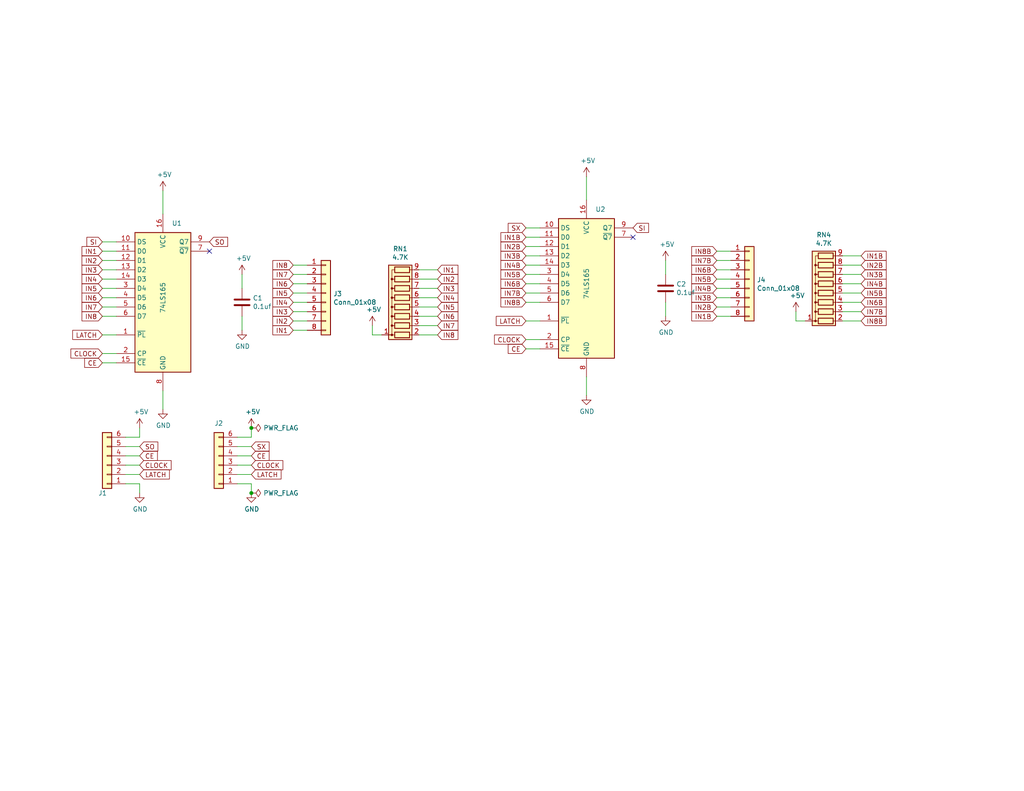
<source format=kicad_sch>
(kicad_sch (version 20211123) (generator eeschema)
  (paper "USLetter")
  (title_block (title "1 Byte Input") (date "2020-09-03"))
  (lib_symbols
    (symbol "74xx:74LS165"
      (property "Reference" "U" (at -7.62 19.05 0))
      (property "Value" "74LS165" (at -7.62 -21.59 0))
      (symbol "74LS165_1_0"
        (pin input line (at -12.7 -10.16 0) (length 5.08) (name "~{PL}") (number "1"))
        (pin input line (at -12.7 15.24 0) (length 5.08) (name "DS") (number "10"))
        (pin input line (at -12.7 12.7 0) (length 5.08) (name "D0") (number "11"))
        (pin input line (at -12.7 10.16 0) (length 5.08) (name "D1") (number "12"))
        (pin input line (at -12.7 7.62 0) (length 5.08) (name "D2") (number "13"))
        (pin input line (at -12.7 5.08 0) (length 5.08) (name "D3") (number "14"))
        (pin input line (at -12.7 -17.78 0) (length 5.08) (name "~{CE}") (number "15"))
        (pin power_in line (at 0 22.86 270) (length 5.08) (name "VCC") (number "16"))
        (pin input line (at -12.7 -15.24 0) (length 5.08) (name "CP") (number "2"))
        (pin input line (at -12.7 2.54 0) (length 5.08) (name "D4") (number "3"))
        (pin input line (at -12.7 0 0) (length 5.08) (name "D5") (number "4"))
        (pin input line (at -12.7 -2.54 0) (length 5.08) (name "D6") (number "5"))
        (pin input line (at -12.7 -5.08 0) (length 5.08) (name "D7") (number "6"))
        (pin output line (at 12.7 12.7 180) (length 5.08) (name "~{Q7}") (number "7"))
        (pin power_in line (at 0 -25.4 90) (length 5.08) (name "GND") (number "8"))
        (pin output line (at 12.7 15.24 180) (length 5.08) (name "Q7") (number "9"))
      )
      (symbol "74LS165_1_1"
        (rectangle (start -7.62 17.78) (end 7.62 -20.32) (stroke (width 0.254)) (fill (type background)))
      )
    )
    (symbol "Connector_Generic:Conn_01x06" (pin_names (offset 1.016) hide)
      (property "Reference" "J" (at 0 7.62 0))
      (property "Value" "Conn_01x06" (at 0 -10.16 0))
      (symbol "Conn_01x06_1_1"
        (rectangle (start -1.27 -7.493) (end 0 -7.747) (stroke (width 0.1524)))
        (rectangle (start -1.27 -4.953) (end 0 -5.207) (stroke (width 0.1524)))
        (rectangle (start -1.27 -2.413) (end 0 -2.667) (stroke (width 0.1524)))
        (rectangle (start -1.27 0.127) (end 0 -0.127) (stroke (width 0.1524)))
        (rectangle (start -1.27 2.667) (end 0 2.413) (stroke (width 0.1524)))
        (rectangle (start -1.27 5.207) (end 0 4.953) (stroke (width 0.1524)))
        (rectangle (start -1.27 6.35) (end 1.27 -8.89) (stroke (width 0.254)) (fill (type background)))
        (pin passive line (at -5.08 5.08 0) (length 3.81) (name "Pin_1") (number "1"))
        (pin passive line (at -5.08 2.54 0) (length 3.81) (name "Pin_2") (number "2"))
        (pin passive line (at -5.08 0 0) (length 3.81) (name "Pin_3") (number "3"))
        (pin passive line (at -5.08 -2.54 0) (length 3.81) (name "Pin_4") (number "4"))
        (pin passive line (at -5.08 -5.08 0) (length 3.81) (name "Pin_5") (number "5"))
        (pin passive line (at -5.08 -7.62 0) (length 3.81) (name "Pin_6") (number "6"))
      )
    )
    (symbol "Connector_Generic:Conn_01x08" (pin_names (offset 1.016) hide)
      (property "Reference" "J" (at 0 10.16 0))
      (property "Value" "Conn_01x08" (at 0 -12.7 0))
      (symbol "Conn_01x08_1_1"
        (rectangle (start -1.27 -10.033) (end 0 -10.287) (stroke (width 0.1524)))
        (rectangle (start -1.27 -7.493) (end 0 -7.747) (stroke (width 0.1524)))
        (rectangle (start -1.27 -4.953) (end 0 -5.207) (stroke (width 0.1524)))
        (rectangle (start -1.27 -2.413) (end 0 -2.667) (stroke (width 0.1524)))
        (rectangle (start -1.27 0.127) (end 0 -0.127) (stroke (width 0.1524)))
        (rectangle (start -1.27 2.667) (end 0 2.413) (stroke (width 0.1524)))
        (rectangle (start -1.27 5.207) (end 0 4.953) (stroke (width 0.1524)))
        (rectangle (start -1.27 7.747) (end 0 7.493) (stroke (width 0.1524)))
        (rectangle (start -1.27 8.89) (end 1.27 -11.43) (stroke (width 0.254)) (fill (type background)))
        (pin passive line (at -5.08 7.62 0) (length 3.81) (name "Pin_1") (number "1"))
        (pin passive line (at -5.08 5.08 0) (length 3.81) (name "Pin_2") (number "2"))
        (pin passive line (at -5.08 2.54 0) (length 3.81) (name "Pin_3") (number "3"))
        (pin passive line (at -5.08 0 0) (length 3.81) (name "Pin_4") (number "4"))
        (pin passive line (at -5.08 -2.54 0) (length 3.81) (name "Pin_5") (number "5"))
        (pin passive line (at -5.08 -5.08 0) (length 3.81) (name "Pin_6") (number "6"))
        (pin passive line (at -5.08 -7.62 0) (length 3.81) (name "Pin_7") (number "7"))
        (pin passive line (at -5.08 -10.16 0) (length 3.81) (name "Pin_8") (number "8"))
      )
    )
    (symbol "Device:C" (pin_numbers hide) (pin_names (offset 0.254))
      (property "Reference" "C" (at 0.635 2.54 0))
      (property "Value" "C" (at 0.635 -2.54 0))
      (symbol "C_0_1"
        (polyline (pts (xy -2.032 -0.762) (xy 2.032 -0.762)) (stroke (width 0.508)))
        (polyline (pts (xy -2.032 0.762) (xy 2.032 0.762)) (stroke (width 0.508)))
      )
      (symbol "C_1_1"
        (pin passive line (at 0 3.81 270) (length 2.794) (name "~") (number "1"))
        (pin passive line (at 0 -3.81 90) (length 2.794) (name "~") (number "2"))
      )
    )
    (symbol "Device:R_Network08" (pin_names (offset 0) hide)
      (property "Reference" "RN" (at -12.7 0 90))
      (property "Value" "R_Network08" (at 10.16 0 90))
      (symbol "R_Network08_0_1"
        (rectangle (start -11.43 -3.175) (end 8.89 3.175) (stroke (width 0.254)) (fill (type background)))
        (rectangle (start -10.922 1.524) (end -9.398 -2.54) (stroke (width 0.254)))
        (circle (center -10.16 2.286) (radius 0.254) (fill (type outline)))
        (rectangle (start -8.382 1.524) (end -6.858 -2.54) (stroke (width 0.254)))
        (circle (center -7.62 2.286) (radius 0.254) (fill (type outline)))
        (rectangle (start -5.842 1.524) (end -4.318 -2.54) (stroke (width 0.254)))
        (circle (center -5.08 2.286) (radius 0.254) (fill (type outline)))
        (rectangle (start -3.302 1.524) (end -1.778 -2.54) (stroke (width 0.254)))
        (circle (center -2.54 2.286) (radius 0.254) (fill (type outline)))
        (rectangle (start -0.762 1.524) (end 0.762 -2.54) (stroke (width 0.254)))
        (polyline (pts (xy -10.16 -2.54) (xy -10.16 -3.81)))
        (polyline (pts (xy -7.62 -2.54) (xy -7.62 -3.81)))
        (polyline (pts (xy -5.08 -2.54) (xy -5.08 -3.81)))
        (polyline (pts (xy -2.54 -2.54) (xy -2.54 -3.81)))
        (polyline (pts (xy 0 -2.54) (xy 0 -3.81)))
        (polyline (pts (xy 2.54 -2.54) (xy 2.54 -3.81)))
        (polyline (pts (xy 5.08 -2.54) (xy 5.08 -3.81)))
        (polyline (pts (xy 7.62 -2.54) (xy 7.62 -3.81)))
        (polyline (pts (xy -10.16 1.524) (xy -10.16 2.286) (xy -7.62 2.286) (xy -7.62 1.524)))
        (polyline (pts (xy -7.62 1.524) (xy -7.62 2.286) (xy -5.08 2.286) (xy -5.08 1.524)))
        (polyline (pts (xy -5.08 1.524) (xy -5.08 2.286) (xy -2.54 2.286) (xy -2.54 1.524)))
        (polyline (pts (xy -2.54 1.524) (xy -2.54 2.286) (xy 0 2.286) (xy 0 1.524)))
        (polyline (pts (xy 0 1.524) (xy 0 2.286) (xy 2.54 2.286) (xy 2.54 1.524)))
        (polyline (pts (xy 2.54 1.524) (xy 2.54 2.286) (xy 5.08 2.286) (xy 5.08 1.524)))
        (polyline (pts (xy 5.08 1.524) (xy 5.08 2.286) (xy 7.62 2.286) (xy 7.62 1.524)))
        (circle (center 0 2.286) (radius 0.254) (fill (type outline)))
        (rectangle (start 1.778 1.524) (end 3.302 -2.54) (stroke (width 0.254)))
        (circle (center 2.54 2.286) (radius 0.254) (fill (type outline)))
        (rectangle (start 4.318 1.524) (end 5.842 -2.54) (stroke (width 0.254)))
        (circle (center 5.08 2.286) (radius 0.254) (fill (type outline)))
        (rectangle (start 6.858 1.524) (end 8.382 -2.54) (stroke (width 0.254)))
      )
      (symbol "R_Network08_1_1"
        (pin passive line (at -10.16 5.08 270) (length 2.54) (name "common") (number "1"))
        (pin passive line (at -10.16 -5.08 90) (length 1.27) (name "R1") (number "2"))
        (pin passive line (at -7.62 -5.08 90) (length 1.27) (name "R2") (number "3"))
        (pin passive line (at -5.08 -5.08 90) (length 1.27) (name "R3") (number "4"))
        (pin passive line (at -2.54 -5.08 90) (length 1.27) (name "R4") (number "5"))
        (pin passive line (at 0 -5.08 90) (length 1.27) (name "R5") (number "6"))
        (pin passive line (at 2.54 -5.08 90) (length 1.27) (name "R6") (number "7"))
        (pin passive line (at 5.08 -5.08 90) (length 1.27) (name "R7") (number "8"))
        (pin passive line (at 7.62 -5.08 90) (length 1.27) (name "R8") (number "9"))
      )
    )
    (symbol "power:+5V" (power) (pin_names (offset 0))
      (property "Value" "+5V" (at 0 3.556 0))
      (symbol "+5V_0_1"
        (polyline (pts (xy -0.762 1.27) (xy 0 2.54)))
        (polyline (pts (xy 0 0) (xy 0 2.54)))
        (polyline (pts (xy 0 2.54) (xy 0.762 1.27)))
      )
      (symbol "+5V_1_1"
        (pin power_in line (at 0 0 90) (length 0) hide (name "+5V") (number "1"))
      )
    )
    (symbol "power:GND" (power) (pin_names (offset 0))
      (property "Value" "GND" (at 0 -3.81 0))
      (symbol "GND_0_1"
        (polyline (pts (xy 0 0) (xy 0 -1.27) (xy 1.27 -1.27) (xy 0 -2.54) (xy -1.27 -1.27) (xy 0 -1.27)))
      )
      (symbol "GND_1_1"
        (pin power_in line (at 0 0 270) (length 0) hide (name "GND") (number "1"))
      )
    )
    (symbol "power:PWR_FLAG" (power) (pin_numbers hide) (pin_names (offset 0) hide)
      (property "Value" "PWR_FLAG" (at 0 3.81 0))
      (symbol "PWR_FLAG_0_0"
        (pin power_out line (at 0 0 90) (length 0) (name "pwr") (number "1"))
      )
      (symbol "PWR_FLAG_0_1"
        (polyline (pts (xy 0 0) (xy 0 1.27) (xy -1.016 1.905) (xy 0 2.54) (xy 1.016 1.905) (xy 0 1.27)))
      )
    )
  )
  (junction (at 68.58 116.84))
  (junction (at 68.58 134.62))
  (no_connect (at 57.15 68.58))
  (no_connect (at 172.72 64.77))
  (wire (pts (xy 114.3 78.74) (xy 119.38 78.74)))
  (wire (pts (xy 199.39 81.28) (xy 195.58 81.28)))
  (wire (pts (xy 147.32 67.31) (xy 143.51 67.31)))
  (wire (pts (xy 181.61 82.55) (xy 181.61 86.36)))
  (wire (pts (xy 147.32 64.77) (xy 143.51 64.77)))
  (wire (pts (xy 147.32 87.63) (xy 143.51 87.63)))
  (wire (pts (xy 229.87 77.47) (xy 234.95 77.47)))
  (wire (pts (xy 34.29 119.38) (xy 38.1 119.38)))
  (wire (pts (xy 34.29 121.92) (xy 38.1 121.92)))
  (wire (pts (xy 31.75 91.44) (xy 27.94 91.44)))
  (wire (pts (xy 147.32 95.25) (xy 143.51 95.25)))
  (wire (pts (xy 83.82 74.93) (xy 80.01 74.93)))
  (wire (pts (xy 31.75 66.04) (xy 27.94 66.04)))
  (wire (pts (xy 83.82 90.17) (xy 80.01 90.17)))
  (wire (pts (xy 199.39 86.36) (xy 195.58 86.36)))
  (wire (pts (xy 64.77 129.54) (xy 68.58 129.54)))
  (wire (pts (xy 31.75 99.06) (xy 27.94 99.06)))
  (wire (pts (xy 229.87 85.09) (xy 234.95 85.09)))
  (wire (pts (xy 83.82 80.01) (xy 80.01 80.01)))
  (wire (pts (xy 34.29 129.54) (xy 38.1 129.54)))
  (wire (pts (xy 83.82 72.39) (xy 80.01 72.39)))
  (wire (pts (xy 34.29 132.08) (xy 38.1 132.08)))
  (wire (pts (xy 199.39 78.74) (xy 195.58 78.74)))
  (wire (pts (xy 38.1 116.84) (xy 38.1 119.38)))
  (wire (pts (xy 101.6 91.44) (xy 101.6 88.9)))
  (wire (pts (xy 181.61 74.93) (xy 181.61 71.12)))
  (wire (pts (xy 199.39 83.82) (xy 195.58 83.82)))
  (wire (pts (xy 64.77 124.46) (xy 68.58 124.46)))
  (wire (pts (xy 114.3 88.9) (xy 119.38 88.9)))
  (wire (pts (xy 83.82 82.55) (xy 80.01 82.55)))
  (wire (pts (xy 147.32 62.23) (xy 143.51 62.23)))
  (wire (pts (xy 34.29 124.46) (xy 38.1 124.46)))
  (wire (pts (xy 83.82 87.63) (xy 80.01 87.63)))
  (wire (pts (xy 147.32 92.71) (xy 143.51 92.71)))
  (wire (pts (xy 31.75 81.28) (xy 27.94 81.28)))
  (wire (pts (xy 44.45 58.42) (xy 44.45 52.07)))
  (wire (pts (xy 147.32 69.85) (xy 143.51 69.85)))
  (wire (pts (xy 229.87 69.85) (xy 234.95 69.85)))
  (wire (pts (xy 31.75 76.2) (xy 27.94 76.2)))
  (wire (pts (xy 199.39 68.58) (xy 195.58 68.58)))
  (wire (pts (xy 31.75 78.74) (xy 27.94 78.74)))
  (wire (pts (xy 114.3 91.44) (xy 119.38 91.44)))
  (wire (pts (xy 114.3 83.82) (xy 119.38 83.82)))
  (wire (pts (xy 199.39 71.12) (xy 195.58 71.12)))
  (wire (pts (xy 160.02 54.61) (xy 160.02 48.26)))
  (wire (pts (xy 66.04 86.36) (xy 66.04 90.17)))
  (wire (pts (xy 83.82 77.47) (xy 80.01 77.47)))
  (wire (pts (xy 219.71 87.63) (xy 217.17 87.63)))
  (wire (pts (xy 64.77 119.38) (xy 68.58 119.38)))
  (wire (pts (xy 104.14 91.44) (xy 101.6 91.44)))
  (wire (pts (xy 68.58 132.08) (xy 68.58 134.62)))
  (wire (pts (xy 160.02 102.87) (xy 160.02 107.95)))
  (wire (pts (xy 64.77 127) (xy 68.58 127)))
  (wire (pts (xy 31.75 71.12) (xy 27.94 71.12)))
  (wire (pts (xy 199.39 73.66) (xy 195.58 73.66)))
  (wire (pts (xy 114.3 73.66) (xy 119.38 73.66)))
  (wire (pts (xy 229.87 82.55) (xy 234.95 82.55)))
  (wire (pts (xy 66.04 78.74) (xy 66.04 74.93)))
  (wire (pts (xy 147.32 80.01) (xy 143.51 80.01)))
  (wire (pts (xy 199.39 76.2) (xy 195.58 76.2)))
  (wire (pts (xy 64.77 132.08) (xy 68.58 132.08)))
  (wire (pts (xy 114.3 86.36) (xy 119.38 86.36)))
  (wire (pts (xy 44.45 106.68) (xy 44.45 111.76)))
  (wire (pts (xy 114.3 76.2) (xy 119.38 76.2)))
  (wire (pts (xy 114.3 81.28) (xy 119.38 81.28)))
  (wire (pts (xy 147.32 77.47) (xy 143.51 77.47)))
  (wire (pts (xy 31.75 73.66) (xy 27.94 73.66)))
  (wire (pts (xy 38.1 132.08) (xy 38.1 134.62)))
  (wire (pts (xy 229.87 74.93) (xy 234.95 74.93)))
  (wire (pts (xy 31.75 96.52) (xy 27.94 96.52)))
  (wire (pts (xy 83.82 85.09) (xy 80.01 85.09)))
  (wire (pts (xy 31.75 83.82) (xy 27.94 83.82)))
  (wire (pts (xy 229.87 87.63) (xy 234.95 87.63)))
  (wire (pts (xy 229.87 72.39) (xy 234.95 72.39)))
  (wire (pts (xy 147.32 82.55) (xy 143.51 82.55)))
  (wire (pts (xy 34.29 127) (xy 38.1 127)))
  (wire (pts (xy 31.75 68.58) (xy 27.94 68.58)))
  (wire (pts (xy 31.75 86.36) (xy 27.94 86.36)))
  (wire (pts (xy 68.58 119.38) (xy 68.58 116.84)))
  (wire (pts (xy 217.17 87.63) (xy 217.17 85.09)))
  (wire (pts (xy 147.32 74.93) (xy 143.51 74.93)))
  (wire (pts (xy 147.32 72.39) (xy 143.51 72.39)))
  (wire (pts (xy 229.87 80.01) (xy 234.95 80.01)))
  (wire (pts (xy 64.77 121.92) (xy 68.58 121.92)))
  (global_label "IN5B" (shape input) (at 234.95 80.01 0) (property "Intersheet References" "${INTERSHEET_REFS}" (effects hide)))
  (global_label "IN6" (shape input) (at 80.01 77.47 180) (property "Intersheet References" "${INTERSHEET_REFS}" (effects hide)))
  (global_label "IN2" (shape input) (at 27.94 71.12 180) (property "Intersheet References" "${INTERSHEET_REFS}" (effects hide)))
  (global_label "IN3" (shape input) (at 119.38 78.74 0) (property "Intersheet References" "${INTERSHEET_REFS}" (effects hide)))
  (global_label "IN1" (shape input) (at 119.38 73.66 0) (property "Intersheet References" "${INTERSHEET_REFS}" (effects hide)))
  (global_label "CLOCK" (shape input) (at 38.1 127 0) (property "Intersheet References" "${INTERSHEET_REFS}" (effects hide)))
  (global_label "IN6B" (shape input) (at 143.51 77.47 180) (property "Intersheet References" "${INTERSHEET_REFS}" (effects hide)))
  (global_label "IN5" (shape input) (at 119.38 83.82 0) (property "Intersheet References" "${INTERSHEET_REFS}" (effects hide)))
  (global_label "CLOCK" (shape input) (at 27.94 96.52 180) (property "Intersheet References" "${INTERSHEET_REFS}" (effects hide)))
  (global_label "IN8B" (shape input) (at 143.51 82.55 180) (property "Intersheet References" "${INTERSHEET_REFS}" (effects hide)))
  (global_label "IN1B" (shape input) (at 195.58 86.36 180) (property "Intersheet References" "${INTERSHEET_REFS}" (effects hide)))
  (global_label "CE" (shape input) (at 27.94 99.06 180) (property "Intersheet References" "${INTERSHEET_REFS}" (effects hide)))
  (global_label "SO" (shape input) (at 38.1 121.92 0) (property "Intersheet References" "${INTERSHEET_REFS}" (effects hide)))
  (global_label "SX" (shape input) (at 68.58 121.92 0) (property "Intersheet References" "${INTERSHEET_REFS}" (effects hide)))
  (global_label "IN7" (shape input) (at 80.01 74.93 180) (property "Intersheet References" "${INTERSHEET_REFS}" (effects hide)))
  (global_label "IN4B" (shape input) (at 234.95 77.47 0) (property "Intersheet References" "${INTERSHEET_REFS}" (effects hide)))
  (global_label "IN3" (shape input) (at 80.01 85.09 180) (property "Intersheet References" "${INTERSHEET_REFS}" (effects hide)))
  (global_label "IN1B" (shape input) (at 143.51 64.77 180) (property "Intersheet References" "${INTERSHEET_REFS}" (effects hide)))
  (global_label "IN4" (shape input) (at 27.94 76.2 180) (property "Intersheet References" "${INTERSHEET_REFS}" (effects hide)))
  (global_label "SO" (shape input) (at 57.15 66.04 0) (property "Intersheet References" "${INTERSHEET_REFS}" (effects hide)))
  (global_label "LATCH" (shape input) (at 27.94 91.44 180) (property "Intersheet References" "${INTERSHEET_REFS}" (effects hide)))
  (global_label "IN6B" (shape input) (at 234.95 82.55 0) (property "Intersheet References" "${INTERSHEET_REFS}" (effects hide)))
  (global_label "IN8B" (shape input) (at 195.58 68.58 180) (property "Intersheet References" "${INTERSHEET_REFS}" (effects hide)))
  (global_label "CE" (shape input) (at 143.51 95.25 180) (property "Intersheet References" "${INTERSHEET_REFS}" (effects hide)))
  (global_label "IN4" (shape input) (at 80.01 82.55 180) (property "Intersheet References" "${INTERSHEET_REFS}" (effects hide)))
  (global_label "IN2B" (shape input) (at 143.51 67.31 180) (property "Intersheet References" "${INTERSHEET_REFS}" (effects hide)))
  (global_label "CE" (shape input) (at 38.1 124.46 0) (property "Intersheet References" "${INTERSHEET_REFS}" (effects hide)))
  (global_label "IN2B" (shape input) (at 234.95 72.39 0) (property "Intersheet References" "${INTERSHEET_REFS}" (effects hide)))
  (global_label "IN1" (shape input) (at 80.01 90.17 180) (property "Intersheet References" "${INTERSHEET_REFS}" (effects hide)))
  (global_label "IN2" (shape input) (at 119.38 76.2 0) (property "Intersheet References" "${INTERSHEET_REFS}" (effects hide)))
  (global_label "IN6" (shape input) (at 119.38 86.36 0) (property "Intersheet References" "${INTERSHEET_REFS}" (effects hide)))
  (global_label "IN5B" (shape input) (at 143.51 74.93 180) (property "Intersheet References" "${INTERSHEET_REFS}" (effects hide)))
  (global_label "IN8" (shape input) (at 80.01 72.39 180) (property "Intersheet References" "${INTERSHEET_REFS}" (effects hide)))
  (global_label "IN3" (shape input) (at 27.94 73.66 180) (property "Intersheet References" "${INTERSHEET_REFS}" (effects hide)))
  (global_label "IN8" (shape input) (at 119.38 91.44 0) (property "Intersheet References" "${INTERSHEET_REFS}" (effects hide)))
  (global_label "CE" (shape input) (at 68.58 124.46 0) (property "Intersheet References" "${INTERSHEET_REFS}" (effects hide)))
  (global_label "IN5B" (shape input) (at 195.58 76.2 180) (property "Intersheet References" "${INTERSHEET_REFS}" (effects hide)))
  (global_label "IN7B" (shape input) (at 143.51 80.01 180) (property "Intersheet References" "${INTERSHEET_REFS}" (effects hide)))
  (global_label "IN4B" (shape input) (at 195.58 78.74 180) (property "Intersheet References" "${INTERSHEET_REFS}" (effects hide)))
  (global_label "IN3B" (shape input) (at 195.58 81.28 180) (property "Intersheet References" "${INTERSHEET_REFS}" (effects hide)))
  (global_label "LATCH" (shape input) (at 68.58 129.54 0) (property "Intersheet References" "${INTERSHEET_REFS}" (effects hide)))
  (global_label "IN8B" (shape input) (at 234.95 87.63 0) (property "Intersheet References" "${INTERSHEET_REFS}" (effects hide)))
  (global_label "IN7" (shape input) (at 119.38 88.9 0) (property "Intersheet References" "${INTERSHEET_REFS}" (effects hide)))
  (global_label "SI" (shape input) (at 172.72 62.23 0) (property "Intersheet References" "${INTERSHEET_REFS}" (effects hide)))
  (global_label "IN3B" (shape input) (at 234.95 74.93 0) (property "Intersheet References" "${INTERSHEET_REFS}" (effects hide)))
  (global_label "IN2B" (shape input) (at 195.58 83.82 180) (property "Intersheet References" "${INTERSHEET_REFS}" (effects hide)))
  (global_label "IN7" (shape input) (at 27.94 83.82 180) (property "Intersheet References" "${INTERSHEET_REFS}" (effects hide)))
  (global_label "IN5" (shape input) (at 80.01 80.01 180) (property "Intersheet References" "${INTERSHEET_REFS}" (effects hide)))
  (global_label "IN8" (shape input) (at 27.94 86.36 180) (property "Intersheet References" "${INTERSHEET_REFS}" (effects hide)))
  (global_label "SX" (shape input) (at 143.51 62.23 180) (property "Intersheet References" "${INTERSHEET_REFS}" (effects hide)))
  (global_label "IN4" (shape input) (at 119.38 81.28 0) (property "Intersheet References" "${INTERSHEET_REFS}" (effects hide)))
  (global_label "IN5" (shape input) (at 27.94 78.74 180) (property "Intersheet References" "${INTERSHEET_REFS}" (effects hide)))
  (global_label "IN2" (shape input) (at 80.01 87.63 180) (property "Intersheet References" "${INTERSHEET_REFS}" (effects hide)))
  (global_label "LATCH" (shape input) (at 143.51 87.63 180) (property "Intersheet References" "${INTERSHEET_REFS}" (effects hide)))
  (global_label "IN3B" (shape input) (at 143.51 69.85 180) (property "Intersheet References" "${INTERSHEET_REFS}" (effects hide)))
  (global_label "IN6B" (shape input) (at 195.58 73.66 180) (property "Intersheet References" "${INTERSHEET_REFS}" (effects hide)))
  (global_label "IN1B" (shape input) (at 234.95 69.85 0) (property "Intersheet References" "${INTERSHEET_REFS}" (effects hide)))
  (global_label "IN7B" (shape input) (at 195.58 71.12 180) (property "Intersheet References" "${INTERSHEET_REFS}" (effects hide)))
  (global_label "IN6" (shape input) (at 27.94 81.28 180) (property "Intersheet References" "${INTERSHEET_REFS}" (effects hide)))
  (global_label "SI" (shape input) (at 27.94 66.04 180) (property "Intersheet References" "${INTERSHEET_REFS}" (effects hide)))
  (global_label "IN4B" (shape input) (at 143.51 72.39 180) (property "Intersheet References" "${INTERSHEET_REFS}" (effects hide)))
  (global_label "IN1" (shape input) (at 27.94 68.58 180) (property "Intersheet References" "${INTERSHEET_REFS}" (effects hide)))
  (global_label "LATCH" (shape input) (at 38.1 129.54 0) (property "Intersheet References" "${INTERSHEET_REFS}" (effects hide)))
  (global_label "IN7B" (shape input) (at 234.95 85.09 0) (property "Intersheet References" "${INTERSHEET_REFS}" (effects hide)))
  (global_label "CLOCK" (shape input) (at 68.58 127 0) (property "Intersheet References" "${INTERSHEET_REFS}" (effects hide)))
  (global_label "CLOCK" (shape input) (at 143.51 92.71 180) (property "Intersheet References" "${INTERSHEET_REFS}" (effects hide)))
  (symbol (lib_id "74xx:74LS165") (at 44.45 81.28 0) (unit 1)
    (property "Reference" "U1" (at 48.26 60.96 0))
    (property "Value" "74LS165" (at 44.45 81.28 90))
    (property "Footprint" "Package_DIP:DIP-16_W7.62mm" (effects hide))
    (property "Datasheet" "http://www.ti.com/lit/gpn/sn74LS165" (effects hide))
  )
  (symbol (lib_id "Connector_Generic:Conn_01x06") (at 29.21 127 180) (unit 1)
    (property "Reference" "J1" (at 29.21 134.62 0) (effects (justify left)))
    (property "Value" "Conn_01x06" (effects hide))
    (property "Footprint" "Connector_PinHeader_2.54mm:PinHeader_1x06_P2.54mm_Horizontal" (effects hide))
  )
  (symbol (lib_id "Connector_Generic:Conn_01x06") (at 59.69 127 180) (unit 1)
    (property "Reference" "J2" (at 59.69 115.57 0))
    (property "Value" "Conn_01x06" (effects hide))
    (property "Footprint" "Connector_PinSocket_2.54mm:PinSocket_1x06_P2.54mm_Horizontal" (effects hide))
  )
  (symbol (lib_id "Connector_Generic:Conn_01x08") (at 88.9 80.01 0) (unit 1)
    (property "Reference" "J3" (at 90.932 80.2132 0) (effects (justify left)))
    (property "Value" "Conn_01x08" (at 90.932 82.5246 0) (effects (justify left)))
    (property "Footprint" "TerminalBlock_Phoenix:TerminalBlock_Phoenix_MKDS-1,5-8-5.08_1x08_P5.08mm_Horizontal" (effects hide))
  )
  (symbol (lib_id "Device:C") (at 66.04 82.55 0) (unit 1)
    (property "Reference" "C1" (at 68.961 81.3816 0) (effects (justify left)))
    (property "Value" "0.1uf" (at 68.961 83.693 0) (effects (justify left)))
    (property "Footprint" "Capacitor_THT:C_Disc_D5.0mm_W2.5mm_P2.50mm" (effects hide))
  )
  (symbol (lib_id "power:+5V") (at 38.1 116.84 0) (unit 1)
    (property "Reference" "#PWR0101" (effects hide))
    (property "Value" "+5V" (at 38.481 112.4458 0))
  )
  (symbol (lib_id "power:GND") (at 68.58 134.62 0) (unit 1)
    (property "Reference" "#PWR0102" (effects hide))
    (property "Value" "GND" (at 68.707 139.0142 0))
  )
  (symbol (lib_id "power:PWR_FLAG") (at 68.58 134.62 270) (unit 1)
    (property "Reference" "#FLG0101" (effects hide))
    (property "Value" "PWR_FLAG" (at 71.8312 134.62 90) (effects (justify left)))
  )
  (symbol (lib_id "Device:R_Network08") (at 109.22 81.28 90) (unit 1)
    (property "Reference" "RN1" (at 109.22 67.945 90))
    (property "Value" "4.7K" (at 109.22 70.2564 90))
    (property "Footprint" "Resistor_THT:R_Array_SIP9" (effects hide))
    (property "Datasheet" "http://www.vishay.com/docs/31509/csc.pdf" (effects hide))
  )
  (symbol (lib_id "power:+5V") (at 101.6 88.9 0) (unit 1)
    (property "Reference" "#PWR0103" (effects hide))
    (property "Value" "+5V" (at 101.981 84.5058 0))
  )
  (symbol (lib_id "74xx:74LS165") (at 160.02 77.47 0) (unit 1)
    (property "Reference" "U2" (at 163.83 57.15 0))
    (property "Value" "74LS165" (at 160.02 77.47 90))
    (property "Footprint" "Package_DIP:DIP-16_W7.62mm" (effects hide))
    (property "Datasheet" "http://www.ti.com/lit/gpn/sn74LS165" (effects hide))
  )
  (symbol (lib_id "Connector_Generic:Conn_01x08") (at 204.47 76.2 0) (unit 1)
    (property "Reference" "J4" (at 206.502 76.4032 0) (effects (justify left)))
    (property "Value" "Conn_01x08" (at 206.502 78.7146 0) (effects (justify left)))
    (property "Footprint" "TerminalBlock_Phoenix:TerminalBlock_Phoenix_MKDS-1,5-8-5.08_1x08_P5.08mm_Horizontal" (effects hide))
  )
  (symbol (lib_id "Device:C") (at 181.61 78.74 0) (unit 1)
    (property "Reference" "C2" (at 184.531 77.5716 0) (effects (justify left)))
    (property "Value" "0.1uf" (at 184.531 79.883 0) (effects (justify left)))
    (property "Footprint" "Capacitor_THT:C_Disc_D5.0mm_W2.5mm_P2.50mm" (effects hide))
  )
  (symbol (lib_id "Device:R_Network08") (at 224.79 77.47 90) (unit 1)
    (property "Reference" "RN4" (at 224.79 64.135 90))
    (property "Value" "4.7K" (at 224.79 66.4464 90))
    (property "Footprint" "Resistor_THT:R_Array_SIP9" (effects hide))
    (property "Datasheet" "http://www.vishay.com/docs/31509/csc.pdf" (effects hide))
  )
  (symbol (lib_id "power:+5V") (at 217.17 85.09 0) (unit 1)
    (property "Reference" "#PWR0110" (effects hide))
    (property "Value" "+5V" (at 217.551 80.6958 0))
  )
  (symbol (lib_id "power:GND") (at 160.02 107.95 0) (unit 1)
    (property "Reference" "#PWR0111" (effects hide))
    (property "Value" "GND" (at 160.147 112.3442 0))
  )
  (symbol (lib_id "power:+5V") (at 160.02 48.26 0) (unit 1)
    (property "Reference" "#PWR0112" (effects hide))
    (property "Value" "+5V" (at 160.401 43.8658 0))
  )
  (symbol (lib_id "power:+5V") (at 181.61 71.12 0) (unit 1)
    (property "Reference" "#PWR0113" (effects hide))
    (property "Value" "+5V" (at 181.991 66.7258 0))
  )
  (symbol (lib_id "power:GND") (at 181.61 86.36 0) (unit 1)
    (property "Reference" "#PWR0114" (effects hide))
    (property "Value" "GND" (at 181.737 90.7542 0))
  )
  (symbol (lib_id "power:GND") (at 44.45 111.76 0) (unit 1)
    (property "Reference" "#PWR0104" (effects hide))
    (property "Value" "GND" (at 44.577 116.1542 0))
  )
  (symbol (lib_id "power:+5V") (at 44.45 52.07 0) (unit 1)
    (property "Reference" "#PWR0105" (effects hide))
    (property "Value" "+5V" (at 44.831 47.6758 0))
  )
  (symbol (lib_id "power:+5V") (at 66.04 74.93 0) (unit 1)
    (property "Reference" "#PWR0106" (effects hide))
    (property "Value" "+5V" (at 66.421 70.5358 0))
  )
  (symbol (lib_id "power:GND") (at 66.04 90.17 0) (unit 1)
    (property "Reference" "#PWR0107" (effects hide))
    (property "Value" "GND" (at 66.167 94.5642 0))
  )
  (symbol (lib_id "power:PWR_FLAG") (at 68.58 116.84 270) (unit 1)
    (property "Reference" "#FLG0104" (effects hide))
    (property "Value" "PWR_FLAG" (at 71.8312 116.84 90) (effects (justify left)))
  )
  (symbol (lib_id "power:GND") (at 38.1 134.62 0) (unit 1)
    (property "Reference" "#PWR0108" (effects hide))
    (property "Value" "GND" (at 38.227 139.0142 0))
  )
  (symbol (lib_id "power:+5V") (at 68.58 116.84 0) (unit 1)
    (property "Reference" "#PWR0109" (effects hide))
    (property "Value" "+5V" (at 68.961 112.4458 0))
  )
)
</source>
